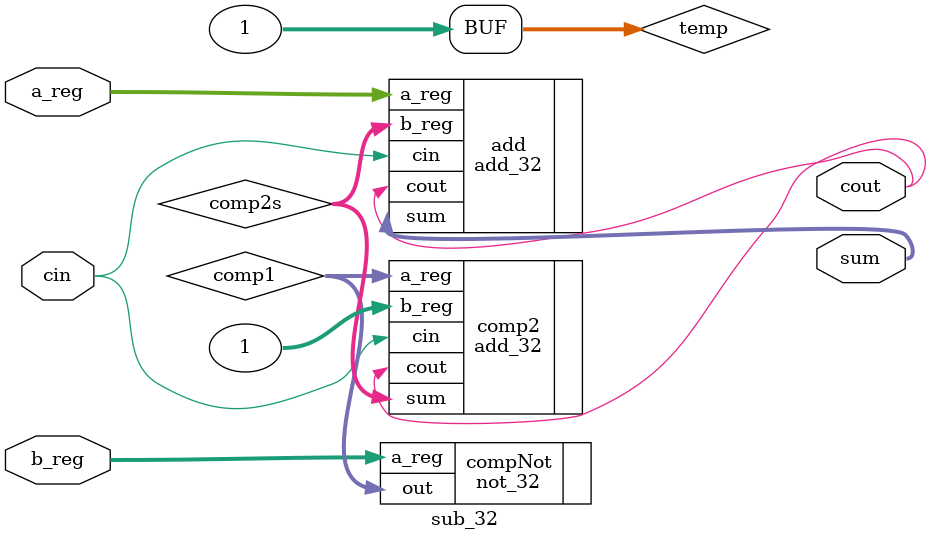
<source format=v>
module sub_32(input wire [31:0] a_reg, input wire [31:0] b_reg, input [0:0] cin, output wire [31:0] sum, output wire cout);
	wire [31:0] temp;
    wire [31:0] comp1;
    wire [31:0] comp2s;
	wire [0:0] tempcout; // Can only store to cout once, gotta figure this out below
	not_32 compNot(.a_reg(b_reg), .out(comp1));
    
    assign temp = 32'h00000001;
    add_32 comp2(.a_reg(comp1), .b_reg(temp), .cin(cin), .sum(comp2s), .cout(cout));
	add_32 add(.a_reg(a_reg), .b_reg(comp2s), .cin(cin), .sum(sum), .cout(cout));
endmodule
</source>
